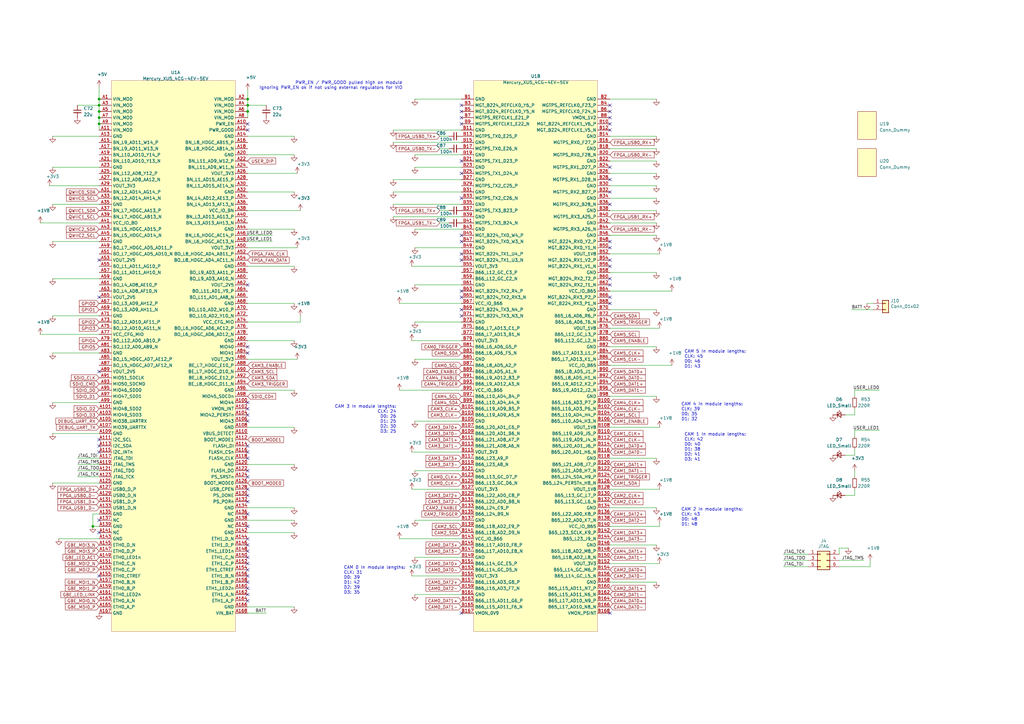
<source format=kicad_sch>
(kicad_sch (version 20210126) (generator eeschema)
  (paper "A3")
  (junction (at 38.1 215.9) (diameter 0.9144))
  (junction (at 40.64 40.64) (diameter 0.9144))
  (junction (at 40.64 43.18) (diameter 0.9144))
  (junction (at 40.64 45.72) (diameter 0.9144))
  (junction (at 40.64 48.26) (diameter 0.9144))
  (junction (at 40.64 50.8) (diameter 0.9144))
  (junction (at 101.6 40.64) (diameter 0.9144))
  (junction (at 101.6 43.18) (diameter 0.9144))
  (junction (at 101.6 45.72) (diameter 0.9144))
  (no_connect (at 40.64 106.68))
  (no_connect (at 40.64 121.92))
  (no_connect (at 40.64 152.4))
  (no_connect (at 40.64 180.34))
  (no_connect (at 40.64 182.88))
  (no_connect (at 40.64 185.42))
  (no_connect (at 40.64 213.36))
  (no_connect (at 40.64 218.44))
  (no_connect (at 40.64 236.22))
  (no_connect (at 101.6 50.8))
  (no_connect (at 101.6 53.34))
  (no_connect (at 101.6 116.84))
  (no_connect (at 101.6 142.24))
  (no_connect (at 101.6 144.78))
  (no_connect (at 101.6 165.1))
  (no_connect (at 101.6 167.64))
  (no_connect (at 101.6 170.18))
  (no_connect (at 101.6 172.72))
  (no_connect (at 101.6 182.88))
  (no_connect (at 101.6 185.42))
  (no_connect (at 101.6 187.96))
  (no_connect (at 101.6 193.04))
  (no_connect (at 101.6 195.58))
  (no_connect (at 101.6 200.66))
  (no_connect (at 101.6 203.2))
  (no_connect (at 101.6 205.74))
  (no_connect (at 101.6 210.82))
  (no_connect (at 101.6 215.9))
  (no_connect (at 101.6 220.98))
  (no_connect (at 101.6 223.52))
  (no_connect (at 101.6 226.06))
  (no_connect (at 101.6 228.6))
  (no_connect (at 101.6 231.14))
  (no_connect (at 101.6 233.68))
  (no_connect (at 101.6 236.22))
  (no_connect (at 101.6 238.76))
  (no_connect (at 101.6 241.3))
  (no_connect (at 101.6 243.84))
  (no_connect (at 101.6 246.38))
  (no_connect (at 189.23 43.18))
  (no_connect (at 189.23 45.72))
  (no_connect (at 189.23 48.26))
  (no_connect (at 189.23 50.8))
  (no_connect (at 189.23 66.04))
  (no_connect (at 189.23 71.12))
  (no_connect (at 189.23 81.28))
  (no_connect (at 189.23 96.52))
  (no_connect (at 189.23 99.06))
  (no_connect (at 189.23 104.14))
  (no_connect (at 189.23 106.68))
  (no_connect (at 189.23 119.38))
  (no_connect (at 189.23 121.92))
  (no_connect (at 189.23 127))
  (no_connect (at 189.23 129.54))
  (no_connect (at 189.23 251.46))
  (no_connect (at 250.19 43.18))
  (no_connect (at 250.19 45.72))
  (no_connect (at 250.19 48.26))
  (no_connect (at 250.19 50.8))
  (no_connect (at 250.19 53.34))
  (no_connect (at 250.19 68.58))
  (no_connect (at 250.19 73.66))
  (no_connect (at 250.19 78.74))
  (no_connect (at 250.19 83.82))
  (no_connect (at 250.19 99.06))
  (no_connect (at 250.19 101.6))
  (no_connect (at 250.19 106.68))
  (no_connect (at 250.19 109.22))
  (no_connect (at 250.19 114.3))
  (no_connect (at 250.19 116.84))
  (no_connect (at 250.19 121.92))
  (no_connect (at 250.19 124.46))
  (no_connect (at 250.19 251.46))
  (wire (pts (xy 16.51 91.44) (xy 40.64 91.44)))
  (wire (pts (xy 16.51 137.16) (xy 40.64 137.16)))
  (wire (pts (xy 20.32 76.2) (xy 40.64 76.2)))
  (wire (pts (xy 21.59 55.88) (xy 40.64 55.88)))
  (wire (pts (xy 21.59 68.58) (xy 40.64 68.58)))
  (wire (pts (xy 21.59 83.82) (xy 40.64 83.82)))
  (wire (pts (xy 21.59 99.06) (xy 40.64 99.06)))
  (wire (pts (xy 21.59 114.3) (xy 40.64 114.3)))
  (wire (pts (xy 21.59 129.54) (xy 40.64 129.54)))
  (wire (pts (xy 21.59 144.78) (xy 40.64 144.78)))
  (wire (pts (xy 21.59 165.1) (xy 40.64 165.1)))
  (wire (pts (xy 21.59 177.8) (xy 40.64 177.8)))
  (wire (pts (xy 21.59 198.12) (xy 40.64 198.12)))
  (wire (pts (xy 24.13 220.98) (xy 40.64 220.98)))
  (wire (pts (xy 31.75 43.18) (xy 40.64 43.18)))
  (wire (pts (xy 31.75 187.96) (xy 40.64 187.96)))
  (wire (pts (xy 31.75 190.5) (xy 40.64 190.5)))
  (wire (pts (xy 31.75 193.04) (xy 40.64 193.04)))
  (wire (pts (xy 31.75 195.58) (xy 40.64 195.58)))
  (wire (pts (xy 38.1 210.82) (xy 38.1 215.9)))
  (wire (pts (xy 38.1 215.9) (xy 40.64 215.9)))
  (wire (pts (xy 40.64 35.56) (xy 40.64 40.64)))
  (wire (pts (xy 40.64 40.64) (xy 40.64 43.18)))
  (wire (pts (xy 40.64 43.18) (xy 40.64 45.72)))
  (wire (pts (xy 40.64 45.72) (xy 40.64 48.26)))
  (wire (pts (xy 40.64 48.26) (xy 40.64 50.8)))
  (wire (pts (xy 40.64 50.8) (xy 40.64 53.34)))
  (wire (pts (xy 40.64 210.82) (xy 38.1 210.82)))
  (wire (pts (xy 101.6 36.83) (xy 101.6 40.64)))
  (wire (pts (xy 101.6 40.64) (xy 101.6 43.18)))
  (wire (pts (xy 101.6 43.18) (xy 101.6 45.72)))
  (wire (pts (xy 101.6 43.18) (xy 109.22 43.18)))
  (wire (pts (xy 101.6 45.72) (xy 101.6 48.26)))
  (wire (pts (xy 101.6 55.88) (xy 120.65 55.88)))
  (wire (pts (xy 101.6 63.5) (xy 120.65 63.5)))
  (wire (pts (xy 101.6 71.12) (xy 121.92 71.12)))
  (wire (pts (xy 101.6 78.74) (xy 120.65 78.74)))
  (wire (pts (xy 101.6 86.36) (xy 123.19 86.36)))
  (wire (pts (xy 101.6 93.98) (xy 120.65 93.98)))
  (wire (pts (xy 101.6 96.52) (xy 111.76 96.52)))
  (wire (pts (xy 101.6 99.06) (xy 111.76 99.06)))
  (wire (pts (xy 101.6 101.6) (xy 121.92 101.6)))
  (wire (pts (xy 101.6 109.22) (xy 120.65 109.22)))
  (wire (pts (xy 101.6 124.46) (xy 120.65 124.46)))
  (wire (pts (xy 101.6 132.08) (xy 123.19 132.08)))
  (wire (pts (xy 101.6 139.7) (xy 120.65 139.7)))
  (wire (pts (xy 101.6 147.32) (xy 121.92 147.32)))
  (wire (pts (xy 101.6 160.02) (xy 120.65 160.02)))
  (wire (pts (xy 101.6 175.26) (xy 120.65 175.26)))
  (wire (pts (xy 101.6 190.5) (xy 120.65 190.5)))
  (wire (pts (xy 101.6 208.28) (xy 120.65 208.28)))
  (wire (pts (xy 101.6 213.36) (xy 120.65 213.36)))
  (wire (pts (xy 101.6 218.44) (xy 120.65 218.44)))
  (wire (pts (xy 101.6 248.92) (xy 120.65 248.92)))
  (wire (pts (xy 101.6 251.46) (xy 109.22 251.46)))
  (wire (pts (xy 123.19 132.08) (xy 123.19 129.54)))
  (wire (pts (xy 161.29 53.34) (xy 189.23 53.34)))
  (wire (pts (xy 161.29 58.42) (xy 189.23 58.42)))
  (wire (pts (xy 161.29 73.66) (xy 189.23 73.66)))
  (wire (pts (xy 161.29 78.74) (xy 189.23 78.74)))
  (wire (pts (xy 161.29 83.82) (xy 189.23 83.82)))
  (wire (pts (xy 161.29 88.9) (xy 189.23 88.9)))
  (wire (pts (xy 163.83 124.46) (xy 189.23 124.46)))
  (wire (pts (xy 163.83 160.02) (xy 189.23 160.02)))
  (wire (pts (xy 163.83 220.98) (xy 189.23 220.98)))
  (wire (pts (xy 168.91 109.22) (xy 189.23 109.22)))
  (wire (pts (xy 168.91 139.7) (xy 189.23 139.7)))
  (wire (pts (xy 168.91 185.42) (xy 189.23 185.42)))
  (wire (pts (xy 168.91 200.66) (xy 189.23 200.66)))
  (wire (pts (xy 168.91 236.22) (xy 189.23 236.22)))
  (wire (pts (xy 170.18 40.64) (xy 189.23 40.64)))
  (wire (pts (xy 170.18 63.5) (xy 189.23 63.5)))
  (wire (pts (xy 170.18 68.58) (xy 189.23 68.58)))
  (wire (pts (xy 170.18 93.98) (xy 189.23 93.98)))
  (wire (pts (xy 170.18 101.6) (xy 189.23 101.6)))
  (wire (pts (xy 170.18 116.84) (xy 189.23 116.84)))
  (wire (pts (xy 170.18 132.08) (xy 189.23 132.08)))
  (wire (pts (xy 170.18 147.32) (xy 189.23 147.32)))
  (wire (pts (xy 170.18 172.72) (xy 189.23 172.72)))
  (wire (pts (xy 170.18 193.04) (xy 189.23 193.04)))
  (wire (pts (xy 170.18 213.36) (xy 189.23 213.36)))
  (wire (pts (xy 170.18 228.6) (xy 189.23 228.6)))
  (wire (pts (xy 170.18 243.84) (xy 189.23 243.84)))
  (wire (pts (xy 180.34 55.88) (xy 184.15 55.88)))
  (wire (pts (xy 180.34 60.96) (xy 184.15 60.96)))
  (wire (pts (xy 180.34 86.36) (xy 184.15 86.36)))
  (wire (pts (xy 180.34 91.44) (xy 184.15 91.44)))
  (wire (pts (xy 250.19 40.64) (xy 269.24 40.64)))
  (wire (pts (xy 250.19 55.88) (xy 269.24 55.88)))
  (wire (pts (xy 250.19 60.96) (xy 269.24 60.96)))
  (wire (pts (xy 250.19 66.04) (xy 269.24 66.04)))
  (wire (pts (xy 250.19 71.12) (xy 269.24 71.12)))
  (wire (pts (xy 250.19 76.2) (xy 269.24 76.2)))
  (wire (pts (xy 250.19 81.28) (xy 269.24 81.28)))
  (wire (pts (xy 250.19 86.36) (xy 269.24 86.36)))
  (wire (pts (xy 250.19 91.44) (xy 269.24 91.44)))
  (wire (pts (xy 250.19 96.52) (xy 269.24 96.52)))
  (wire (pts (xy 250.19 104.14) (xy 270.51 104.14)))
  (wire (pts (xy 250.19 111.76) (xy 269.24 111.76)))
  (wire (pts (xy 250.19 119.38) (xy 275.59 119.38)))
  (wire (pts (xy 250.19 127) (xy 269.24 127)))
  (wire (pts (xy 250.19 134.62) (xy 270.51 134.62)))
  (wire (pts (xy 250.19 142.24) (xy 269.24 142.24)))
  (wire (pts (xy 250.19 149.86) (xy 275.59 149.86)))
  (wire (pts (xy 250.19 162.56) (xy 269.24 162.56)))
  (wire (pts (xy 250.19 175.26) (xy 270.51 175.26)))
  (wire (pts (xy 250.19 187.96) (xy 269.24 187.96)))
  (wire (pts (xy 250.19 200.66) (xy 270.51 200.66)))
  (wire (pts (xy 250.19 208.28) (xy 269.24 208.28)))
  (wire (pts (xy 250.19 215.9) (xy 270.51 215.9)))
  (wire (pts (xy 250.19 223.52) (xy 269.24 223.52)))
  (wire (pts (xy 250.19 231.14) (xy 270.51 231.14)))
  (wire (pts (xy 250.19 238.76) (xy 269.24 238.76)))
  (wire (pts (xy 270.51 215.9) (xy 270.51 214.63)))
  (wire (pts (xy 321.31 227.33) (xy 331.47 227.33)))
  (wire (pts (xy 321.31 229.87) (xy 331.47 229.87)))
  (wire (pts (xy 321.31 232.41) (xy 331.47 232.41)))
  (wire (pts (xy 344.17 224.79) (xy 344.17 227.33)))
  (wire (pts (xy 344.17 229.87) (xy 354.33 229.87)))
  (wire (pts (xy 344.17 232.41) (xy 356.87 232.41)))
  (wire (pts (xy 346.71 170.18) (xy 350.52 170.18)))
  (wire (pts (xy 346.71 186.69) (xy 350.52 186.69)))
  (wire (pts (xy 346.71 203.2) (xy 350.52 203.2)))
  (wire (pts (xy 347.98 224.79) (xy 344.17 224.79)))
  (wire (pts (xy 349.25 127) (xy 358.14 127)))
  (wire (pts (xy 350.52 160.02) (xy 350.52 162.56)))
  (wire (pts (xy 350.52 160.02) (xy 360.68 160.02)))
  (wire (pts (xy 350.52 170.18) (xy 350.52 167.64)))
  (wire (pts (xy 350.52 176.53) (xy 350.52 179.07)))
  (wire (pts (xy 350.52 176.53) (xy 360.68 176.53)))
  (wire (pts (xy 350.52 186.69) (xy 350.52 184.15)))
  (wire (pts (xy 350.52 193.04) (xy 350.52 195.58)))
  (wire (pts (xy 350.52 203.2) (xy 350.52 200.66)))
  (wire (pts (xy 355.6 124.46) (xy 358.14 124.46)))
  (wire (pts (xy 356.87 232.41) (xy 356.87 229.87)))
  (text "CAM 0 In module lengths:\nCLK: 31\nD0: 39\nD1: 42\nD2: 39\nD3: 35" (at 140.97 243.84 0) (effects (font (size 1.27 1.27)) (justify left bottom)))
  (text "CAM 3 In module lengths:\nCLK: 24\nD0: 26\nD1: 25\nD2: 30\nD3: 25" (at 162.56 177.8 0) (effects (font (size 1.27 1.27)) (justify right bottom)))
  (text "PWR_EN / PWR_GOOD pulled high on module\nIgnoring PWR_EN ok if not using external regulators for VIO" (at 165.1 36.83 0) (effects (font (size 1.27 1.27)) (justify right bottom)))
  (text "CAM 4 In module lengths:\nCLK: 39\nD0: 35\nD1: 32" (at 279.4 172.72 0) (effects (font (size 1.27 1.27)) (justify left bottom)))
  (text "CAM 2 In module lengths:\nCLK: 43\nD0: 48\nD1: 48" (at 279.4 215.9 0) (effects (font (size 1.27 1.27)) (justify left bottom)))
  (text "CAM 5 In module lengths:\nCLK: 45\nD0: 46\nD1: 43" (at 280.67 151.13 0) (effects (font (size 1.27 1.27)) (justify left bottom)))
  (text "CAM 1 In module lengths:\nCLK: 42\nD0: 40\nD1: 38\nD2: 41\nD3: 41" (at 280.67 189.23 0) (effects (font (size 1.27 1.27)) (justify left bottom)))
  (label "JTAG_TDI" (at 31.75 187.96 0))
  (label "JTAG_TMS" (at 31.75 190.5 0))
  (label "JTAG_TDO" (at 31.75 193.04 0))
  (label "JTAG_TCK" (at 31.75 195.58 0))
  (label "BATT" (at 109.22 251.46 180))
  (label "USER_LED0" (at 111.76 96.52 180))
  (label "USER_LED1" (at 111.76 99.06 180))
  (label "JTAG_TCK" (at 321.31 227.33 0))
  (label "JTAG_TDO" (at 321.31 229.87 0))
  (label "JTAG_TDI" (at 321.31 232.41 0))
  (label "BATT" (at 349.25 127 0))
  (label "JTAG_TMS" (at 354.33 229.87 180))
  (label "USER_LED0" (at 360.68 160.02 180))
  (label "USER_LED1" (at 360.68 176.53 180))
  (global_label "QWIIC0_SDA" (shape input) (at 40.64 78.74 180) (property "Intersheet References" "${INTERSHEET_REFS}" (effects hide)))
  (global_label "QWIIC0_SCL" (shape input) (at 40.64 81.28 180) (property "Intersheet References" "${INTERSHEET_REFS}" (effects hide)))
  (global_label "QWIIC1_SDA" (shape input) (at 40.64 86.36 180) (property "Intersheet References" "${INTERSHEET_REFS}" (effects hide)))
  (global_label "QWIIC1_SCL" (shape input) (at 40.64 88.9 180) (property "Intersheet References" "${INTERSHEET_REFS}" (effects hide)))
  (global_label "QWIIC2_SDA" (shape input) (at 40.64 93.98 180) (property "Intersheet References" "${INTERSHEET_REFS}" (effects hide)))
  (global_label "QWIIC2_SCL" (shape input) (at 40.64 96.52 180) (property "Intersheet References" "${INTERSHEET_REFS}" (effects hide)))
  (global_label "GPIO0" (shape input) (at 40.64 124.46 180) (property "Intersheet References" "${INTERSHEET_REFS}" (effects hide)))
  (global_label "GPIO1" (shape input) (at 40.64 127 180) (property "Intersheet References" "${INTERSHEET_REFS}" (effects hide)))
  (global_label "GPIO2" (shape input) (at 40.64 132.08 180) (property "Intersheet References" "${INTERSHEET_REFS}" (effects hide)))
  (global_label "GPIO3" (shape input) (at 40.64 134.62 180) (property "Intersheet References" "${INTERSHEET_REFS}" (effects hide)))
  (global_label "GPIO4" (shape input) (at 40.64 139.7 180) (property "Intersheet References" "${INTERSHEET_REFS}" (effects hide)))
  (global_label "GPIO5" (shape input) (at 40.64 142.24 180) (property "Intersheet References" "${INTERSHEET_REFS}" (effects hide)))
  (global_label "SDIO_CLK" (shape input) (at 40.64 154.94 180) (property "Intersheet References" "${INTERSHEET_REFS}" (effects hide)))
  (global_label "SDIO_CMD" (shape input) (at 40.64 157.48 180) (property "Intersheet References" "${INTERSHEET_REFS}" (effects hide)))
  (global_label "SDIO_D0" (shape input) (at 40.64 160.02 180) (property "Intersheet References" "${INTERSHEET_REFS}" (effects hide)))
  (global_label "SDIO_D1" (shape input) (at 40.64 162.56 180) (property "Intersheet References" "${INTERSHEET_REFS}" (effects hide)))
  (global_label "SDIO_D2" (shape input) (at 40.64 167.64 180) (property "Intersheet References" "${INTERSHEET_REFS}" (effects hide)))
  (global_label "SDIO_D3" (shape input) (at 40.64 170.18 180) (property "Intersheet References" "${INTERSHEET_REFS}" (effects hide)))
  (global_label "DEBUG_UART_RX" (shape input) (at 40.64 172.72 180) (property "Intersheet References" "${INTERSHEET_REFS}" (effects hide)))
  (global_label "DEBUG_UART_TX" (shape input) (at 40.64 175.26 180) (property "Intersheet References" "${INTERSHEET_REFS}" (effects hide)))
  (global_label "FPGA_USB0_D+" (shape input) (at 40.64 200.66 180) (property "Intersheet References" "${INTERSHEET_REFS}" (effects hide)))
  (global_label "FPGA_USB0_D-" (shape input) (at 40.64 203.2 180) (property "Intersheet References" "${INTERSHEET_REFS}" (effects hide)))
  (global_label "FPGA_USB1_D+" (shape input) (at 40.64 205.74 180) (property "Intersheet References" "${INTERSHEET_REFS}" (effects hide)))
  (global_label "FPGA_USB1_D-" (shape input) (at 40.64 208.28 180) (property "Intersheet References" "${INTERSHEET_REFS}" (effects hide)))
  (global_label "GBE_MDI3_N" (shape input) (at 40.64 223.52 180) (property "Intersheet References" "${INTERSHEET_REFS}" (effects hide)))
  (global_label "GBE_MDI3_P" (shape input) (at 40.64 226.06 180) (property "Intersheet References" "${INTERSHEET_REFS}" (effects hide)))
  (global_label "GBE_LED_ACT" (shape input) (at 40.64 228.6 180) (property "Intersheet References" "${INTERSHEET_REFS}" (effects hide)))
  (global_label "GBE_MDI2_N" (shape input) (at 40.64 231.14 180) (property "Intersheet References" "${INTERSHEET_REFS}" (effects hide)))
  (global_label "GBE_MDI2_P" (shape input) (at 40.64 233.68 180) (property "Intersheet References" "${INTERSHEET_REFS}" (effects hide)))
  (global_label "GBE_MDI1_N" (shape input) (at 40.64 238.76 180) (property "Intersheet References" "${INTERSHEET_REFS}" (effects hide)))
  (global_label "GBE_MDI1_P" (shape input) (at 40.64 241.3 180) (property "Intersheet References" "${INTERSHEET_REFS}" (effects hide)))
  (global_label "GBE_LED_LINK" (shape input) (at 40.64 243.84 180) (property "Intersheet References" "${INTERSHEET_REFS}" (effects hide)))
  (global_label "GBE_MDI0_N" (shape input) (at 40.64 246.38 180) (property "Intersheet References" "${INTERSHEET_REFS}" (effects hide)))
  (global_label "GBE_MDI0_P" (shape input) (at 40.64 248.92 180) (property "Intersheet References" "${INTERSHEET_REFS}" (effects hide)))
  (global_label "USER_DIP" (shape input) (at 101.6 66.04 0) (property "Intersheet References" "${INTERSHEET_REFS}" (effects hide)))
  (global_label "FPGA_FAN_CLK" (shape input) (at 101.6 104.14 0) (property "Intersheet References" "${INTERSHEET_REFS}" (effects hide)))
  (global_label "FPGA_FAN_DATA" (shape input) (at 101.6 106.68 0) (property "Intersheet References" "${INTERSHEET_REFS}" (effects hide)))
  (global_label "CAM3_ENABLE" (shape input) (at 101.6 149.86 0) (property "Intersheet References" "${INTERSHEET_REFS}" (effects hide)))
  (global_label "CAM3_SCL" (shape input) (at 101.6 152.4 0) (property "Intersheet References" "${INTERSHEET_REFS}" (effects hide)))
  (global_label "CAM3_SDA" (shape input) (at 101.6 154.94 0) (property "Intersheet References" "${INTERSHEET_REFS}" (effects hide)))
  (global_label "CAM3_TRIGGER" (shape input) (at 101.6 157.48 0) (property "Intersheet References" "${INTERSHEET_REFS}" (effects hide)))
  (global_label "SDIO_CDn" (shape input) (at 101.6 162.56 0) (property "Intersheet References" "${INTERSHEET_REFS}" (effects hide)))
  (global_label "BOOT_MODE1" (shape input) (at 101.6 180.34 0) (property "Intersheet References" "${INTERSHEET_REFS}" (effects hide)))
  (global_label "BOOT_MODE0" (shape input) (at 101.6 198.12 0) (property "Intersheet References" "${INTERSHEET_REFS}" (effects hide)))
  (global_label "FPGA_USB0_TX+" (shape input) (at 180.34 55.88 180) (property "Intersheet References" "${INTERSHEET_REFS}" (effects hide)))
  (global_label "FPGA_USB0_TX-" (shape input) (at 180.34 60.96 180) (property "Intersheet References" "${INTERSHEET_REFS}" (effects hide)))
  (global_label "FPGA_USB1_TX+" (shape input) (at 180.34 86.36 180) (property "Intersheet References" "${INTERSHEET_REFS}" (effects hide)))
  (global_label "FPGA_USB1_TX-" (shape input) (at 180.34 91.44 180) (property "Intersheet References" "${INTERSHEET_REFS}" (effects hide)))
  (global_label "CAM0_TRIGGER" (shape input) (at 189.23 142.24 180) (property "Intersheet References" "${INTERSHEET_REFS}" (effects hide)))
  (global_label "CAM0_SDA" (shape input) (at 189.23 144.78 180) (property "Intersheet References" "${INTERSHEET_REFS}" (effects hide)))
  (global_label "CAM0_SCL" (shape input) (at 189.23 149.86 180) (property "Intersheet References" "${INTERSHEET_REFS}" (effects hide)))
  (global_label "CAM0_ENABLE" (shape input) (at 189.23 152.4 180) (property "Intersheet References" "${INTERSHEET_REFS}" (effects hide)))
  (global_label "CAM4_ENABLE" (shape input) (at 189.23 154.94 180) (property "Intersheet References" "${INTERSHEET_REFS}" (effects hide)))
  (global_label "CAM4_TRIGGER" (shape input) (at 189.23 157.48 180) (property "Intersheet References" "${INTERSHEET_REFS}" (effects hide)))
  (global_label "CAM4_SCL" (shape input) (at 189.23 162.56 180) (property "Intersheet References" "${INTERSHEET_REFS}" (effects hide)))
  (global_label "CAM4_SDA" (shape input) (at 189.23 165.1 180) (property "Intersheet References" "${INTERSHEET_REFS}" (effects hide)))
  (global_label "CAM3_CLK+" (shape input) (at 189.23 167.64 180) (property "Intersheet References" "${INTERSHEET_REFS}" (effects hide)))
  (global_label "CAM3_CLK-" (shape input) (at 189.23 170.18 180) (property "Intersheet References" "${INTERSHEET_REFS}" (effects hide)))
  (global_label "CAM3_DAT0+" (shape input) (at 189.23 175.26 180) (property "Intersheet References" "${INTERSHEET_REFS}" (effects hide)))
  (global_label "CAM3_DAT0-" (shape input) (at 189.23 177.8 180) (property "Intersheet References" "${INTERSHEET_REFS}" (effects hide)))
  (global_label "CAM3_DAT1+" (shape input) (at 189.23 180.34 180) (property "Intersheet References" "${INTERSHEET_REFS}" (effects hide)))
  (global_label "CAM3_DAT1-" (shape input) (at 189.23 182.88 180) (property "Intersheet References" "${INTERSHEET_REFS}" (effects hide)))
  (global_label "CAM3_DAT3+" (shape input) (at 189.23 187.96 180) (property "Intersheet References" "${INTERSHEET_REFS}" (effects hide)))
  (global_label "CAM3_DAT3-" (shape input) (at 189.23 190.5 180) (property "Intersheet References" "${INTERSHEET_REFS}" (effects hide)))
  (global_label "CAM0_CLK+" (shape input) (at 189.23 195.58 180) (property "Intersheet References" "${INTERSHEET_REFS}" (effects hide)))
  (global_label "CAM0_CLK-" (shape input) (at 189.23 198.12 180) (property "Intersheet References" "${INTERSHEET_REFS}" (effects hide)))
  (global_label "CAM3_DAT2+" (shape input) (at 189.23 203.2 180) (property "Intersheet References" "${INTERSHEET_REFS}" (effects hide)))
  (global_label "CAM3_DAT2-" (shape input) (at 189.23 205.74 180) (property "Intersheet References" "${INTERSHEET_REFS}" (effects hide)))
  (global_label "CAM2_ENABLE" (shape input) (at 189.23 208.28 180) (property "Intersheet References" "${INTERSHEET_REFS}" (effects hide)))
  (global_label "CAM2_TRIGGER" (shape input) (at 189.23 210.82 180) (property "Intersheet References" "${INTERSHEET_REFS}" (effects hide)))
  (global_label "CAM2_SCL" (shape input) (at 189.23 215.9 180) (property "Intersheet References" "${INTERSHEET_REFS}" (effects hide)))
  (global_label "CAM2_SDA" (shape input) (at 189.23 218.44 180) (property "Intersheet References" "${INTERSHEET_REFS}" (effects hide)))
  (global_label "CAM0_DAT3+" (shape input) (at 189.23 223.52 180) (property "Intersheet References" "${INTERSHEET_REFS}" (effects hide)))
  (global_label "CAM0_DAT3-" (shape input) (at 189.23 226.06 180) (property "Intersheet References" "${INTERSHEET_REFS}" (effects hide)))
  (global_label "CAM0_DAT0+" (shape input) (at 189.23 231.14 180) (property "Intersheet References" "${INTERSHEET_REFS}" (effects hide)))
  (global_label "CAM0_DAT0-" (shape input) (at 189.23 233.68 180) (property "Intersheet References" "${INTERSHEET_REFS}" (effects hide)))
  (global_label "CAM0_DAT2+" (shape input) (at 189.23 238.76 180) (property "Intersheet References" "${INTERSHEET_REFS}" (effects hide)))
  (global_label "CAM0_DAT2-" (shape input) (at 189.23 241.3 180) (property "Intersheet References" "${INTERSHEET_REFS}" (effects hide)))
  (global_label "CAM0_DAT1+" (shape input) (at 189.23 246.38 180) (property "Intersheet References" "${INTERSHEET_REFS}" (effects hide)))
  (global_label "CAM0_DAT1-" (shape input) (at 189.23 248.92 180) (property "Intersheet References" "${INTERSHEET_REFS}" (effects hide)))
  (global_label "FPGA_USB0_RX+" (shape input) (at 250.19 58.42 0) (property "Intersheet References" "${INTERSHEET_REFS}" (effects hide)))
  (global_label "FPGA_USB0_RX-" (shape input) (at 250.19 63.5 0) (property "Intersheet References" "${INTERSHEET_REFS}" (effects hide)))
  (global_label "FPGA_USB1_RX+" (shape input) (at 250.19 88.9 0) (property "Intersheet References" "${INTERSHEET_REFS}" (effects hide)))
  (global_label "FPGA_USB1_RX-" (shape input) (at 250.19 93.98 0) (property "Intersheet References" "${INTERSHEET_REFS}" (effects hide)))
  (global_label "CAM5_SDA" (shape input) (at 250.19 129.54 0) (property "Intersheet References" "${INTERSHEET_REFS}" (effects hide)))
  (global_label "CAM5_TRIGGER" (shape input) (at 250.19 132.08 0) (property "Intersheet References" "${INTERSHEET_REFS}" (effects hide)))
  (global_label "CAM5_SCL" (shape input) (at 250.19 137.16 0) (property "Intersheet References" "${INTERSHEET_REFS}" (effects hide)))
  (global_label "CAM5_ENABLE" (shape input) (at 250.19 139.7 0) (property "Intersheet References" "${INTERSHEET_REFS}" (effects hide)))
  (global_label "CAM5_CLK+" (shape input) (at 250.19 144.78 0) (property "Intersheet References" "${INTERSHEET_REFS}" (effects hide)))
  (global_label "CAM5_CLK-" (shape input) (at 250.19 147.32 0) (property "Intersheet References" "${INTERSHEET_REFS}" (effects hide)))
  (global_label "CAM5_DAT0+" (shape input) (at 250.19 152.4 0) (property "Intersheet References" "${INTERSHEET_REFS}" (effects hide)))
  (global_label "CAM5_DAT0-" (shape input) (at 250.19 154.94 0) (property "Intersheet References" "${INTERSHEET_REFS}" (effects hide)))
  (global_label "CAM5_DAT1+" (shape input) (at 250.19 157.48 0) (property "Intersheet References" "${INTERSHEET_REFS}" (effects hide)))
  (global_label "CAM5_DAT1-" (shape input) (at 250.19 160.02 0) (property "Intersheet References" "${INTERSHEET_REFS}" (effects hide)))
  (global_label "CAM4_CLK+" (shape input) (at 250.19 165.1 0) (property "Intersheet References" "${INTERSHEET_REFS}" (effects hide)))
  (global_label "CAM4_CLK-" (shape input) (at 250.19 167.64 0) (property "Intersheet References" "${INTERSHEET_REFS}" (effects hide)))
  (global_label "CAM1_SCL" (shape input) (at 250.19 170.18 0) (property "Intersheet References" "${INTERSHEET_REFS}" (effects hide)))
  (global_label "CAM1_ENABLE" (shape input) (at 250.19 172.72 0) (property "Intersheet References" "${INTERSHEET_REFS}" (effects hide)))
  (global_label "CAM1_CLK+" (shape input) (at 250.19 177.8 0) (property "Intersheet References" "${INTERSHEET_REFS}" (effects hide)))
  (global_label "CAM1_CLK-" (shape input) (at 250.19 180.34 0) (property "Intersheet References" "${INTERSHEET_REFS}" (effects hide)))
  (global_label "CAM1_DAT0+" (shape input) (at 250.19 182.88 0) (property "Intersheet References" "${INTERSHEET_REFS}" (effects hide)))
  (global_label "CAM1_DAT0-" (shape input) (at 250.19 185.42 0) (property "Intersheet References" "${INTERSHEET_REFS}" (effects hide)))
  (global_label "CAM1_DAT1+" (shape input) (at 250.19 190.5 0) (property "Intersheet References" "${INTERSHEET_REFS}" (effects hide)))
  (global_label "CAM1_DAT1-" (shape input) (at 250.19 193.04 0) (property "Intersheet References" "${INTERSHEET_REFS}" (effects hide)))
  (global_label "CAM1_TRIGGER" (shape input) (at 250.19 195.58 0) (property "Intersheet References" "${INTERSHEET_REFS}" (effects hide)))
  (global_label "CAM1_SDA" (shape input) (at 250.19 198.12 0) (property "Intersheet References" "${INTERSHEET_REFS}" (effects hide)))
  (global_label "CAM2_CLK+" (shape input) (at 250.19 203.2 0) (property "Intersheet References" "${INTERSHEET_REFS}" (effects hide)))
  (global_label "CAM2_CLK-" (shape input) (at 250.19 205.74 0) (property "Intersheet References" "${INTERSHEET_REFS}" (effects hide)))
  (global_label "CAM1_DAT2+" (shape input) (at 250.19 210.82 0) (property "Intersheet References" "${INTERSHEET_REFS}" (effects hide)))
  (global_label "CAM1_DAT2-" (shape input) (at 250.19 213.36 0) (property "Intersheet References" "${INTERSHEET_REFS}" (effects hide)))
  (global_label "CAM1_DAT3+" (shape input) (at 250.19 218.44 0) (property "Intersheet References" "${INTERSHEET_REFS}" (effects hide)))
  (global_label "CAM1_DAT3-" (shape input) (at 250.19 220.98 0) (property "Intersheet References" "${INTERSHEET_REFS}" (effects hide)))
  (global_label "CAM4_DAT1+" (shape input) (at 250.19 226.06 0) (property "Intersheet References" "${INTERSHEET_REFS}" (effects hide)))
  (global_label "CAM4_DAT1-" (shape input) (at 250.19 228.6 0) (property "Intersheet References" "${INTERSHEET_REFS}" (effects hide)))
  (global_label "CAM2_DAT0+" (shape input) (at 250.19 233.68 0) (property "Intersheet References" "${INTERSHEET_REFS}" (effects hide)))
  (global_label "CAM2_DAT0-" (shape input) (at 250.19 236.22 0) (property "Intersheet References" "${INTERSHEET_REFS}" (effects hide)))
  (global_label "CAM2_DAT1+" (shape input) (at 250.19 241.3 0) (property "Intersheet References" "${INTERSHEET_REFS}" (effects hide)))
  (global_label "CAM2_DAT1-" (shape input) (at 250.19 243.84 0) (property "Intersheet References" "${INTERSHEET_REFS}" (effects hide)))
  (global_label "CAM4_DAT0+" (shape input) (at 250.19 246.38 0) (property "Intersheet References" "${INTERSHEET_REFS}" (effects hide)))
  (global_label "CAM4_DAT0-" (shape input) (at 250.19 248.92 0) (property "Intersheet References" "${INTERSHEET_REFS}" (effects hide)))
  (symbol (lib_id "power:+1V8") (at 16.51 91.44 0) (unit 1)
    (property "Reference" "#PWR0345" (effects hide))
    (property "Value" "+1V8" (at 17.78 86.36 0))
  )
  (symbol (lib_id "power:+1V8") (at 16.51 137.16 0) (unit 1)
    (property "Reference" "#PWR0347" (effects hide))
    (property "Value" "+1V8" (at 17.78 132.08 0))
  )
  (symbol (lib_id "power:+3V3") (at 20.32 76.2 0) (unit 1)
    (property "Reference" "#PWR0245" (effects hide))
    (property "Value" "+3V3" (at 21.59 72.39 0))
  )
  (symbol (lib_id "power:+5V") (at 40.64 35.56 0) (unit 1)
    (property "Reference" "#PWR0337" (effects hide))
    (property "Value" "+5V" (at 41.91 30.48 0))
  )
  (symbol (lib_id "power:+5V") (at 101.6 36.83 0) (unit 1)
    (property "Reference" "#PWR0338" (effects hide))
    (property "Value" "+5V" (at 102.87 31.75 0))
  )
  (symbol (lib_id "power:+3V3") (at 121.92 71.12 0) (unit 1)
    (property "Reference" "#PWR0252" (effects hide))
    (property "Value" "+3V3" (at 124.46 67.31 0))
  )
  (symbol (lib_id "power:+3V3") (at 121.92 101.6 0) (unit 1)
    (property "Reference" "#PWR0253" (effects hide))
    (property "Value" "+3V3" (at 124.46 97.79 0))
  )
  (symbol (lib_id "power:+3V3") (at 121.92 147.32 0) (unit 1)
    (property "Reference" "#PWR0246" (effects hide))
    (property "Value" "+3V3" (at 123.19 142.24 0))
  )
  (symbol (lib_id "power:+3V3") (at 123.19 86.36 0) (unit 1)
    (property "Reference" "#PWR0346" (effects hide))
    (property "Value" "+3V3" (at 124.46 81.28 0))
  )
  (symbol (lib_id "power:+1V8") (at 123.19 129.54 0) (unit 1)
    (property "Reference" "#PWR0342" (effects hide))
    (property "Value" "+1V8" (at 124.46 124.46 0))
  )
  (symbol (lib_id "power:+1V8") (at 163.83 124.46 0) (unit 1)
    (property "Reference" "#PWR0377" (effects hide))
    (property "Value" "+1V8" (at 165.1 119.38 0))
  )
  (symbol (lib_id "power:+1V8") (at 163.83 160.02 0) (unit 1)
    (property "Reference" "#PWR0316" (effects hide))
    (property "Value" "+1V8" (at 165.1 154.94 0))
  )
  (symbol (lib_id "power:+1V8") (at 163.83 220.98 0) (unit 1)
    (property "Reference" "#PWR0315" (effects hide))
    (property "Value" "+1V8" (at 165.1 215.9 0))
  )
  (symbol (lib_id "power:+3V3") (at 168.91 109.22 0) (unit 1)
    (property "Reference" "#PWR0254" (effects hide))
    (property "Value" "+3V3" (at 170.18 105.41 0))
  )
  (symbol (lib_id "power:+3V3") (at 168.91 139.7 0) (unit 1)
    (property "Reference" "#PWR0247" (effects hide))
    (property "Value" "+3V3" (at 170.18 135.89 0))
  )
  (symbol (lib_id "power:+3V3") (at 168.91 185.42 0) (unit 1)
    (property "Reference" "#PWR0248" (effects hide))
    (property "Value" "+3V3" (at 170.18 181.61 0))
  )
  (symbol (lib_id "power:+3V3") (at 168.91 200.66 0) (unit 1)
    (property "Reference" "#PWR0249" (effects hide))
    (property "Value" "+3V3" (at 170.18 196.85 0))
  )
  (symbol (lib_id "power:+3V3") (at 168.91 236.22 0) (unit 1)
    (property "Reference" "#PWR0251" (effects hide))
    (property "Value" "+3V3" (at 170.18 232.41 0))
  )
  (symbol (lib_id "power:+1V8") (at 270.51 104.14 0) (unit 1)
    (property "Reference" "#PWR0257" (effects hide))
    (property "Value" "+1V8" (at 273.05 100.33 0))
  )
  (symbol (lib_id "power:+1V8") (at 270.51 134.62 0) (unit 1)
    (property "Reference" "#PWR0255" (effects hide))
    (property "Value" "+1V8" (at 273.05 130.81 0))
  )
  (symbol (lib_id "power:+1V8") (at 270.51 175.26 0) (unit 1)
    (property "Reference" "#PWR0256" (effects hide))
    (property "Value" "+1V8" (at 273.05 171.45 0))
  )
  (symbol (lib_id "power:+1V8") (at 270.51 200.66 0) (unit 1)
    (property "Reference" "#PWR0258" (effects hide))
    (property "Value" "+1V8" (at 273.05 196.85 0))
  )
  (symbol (lib_id "power:+1V8") (at 270.51 214.63 0) (unit 1)
    (property "Reference" "#PWR0378" (effects hide))
    (property "Value" "+1V8" (at 273.05 210.82 0))
  )
  (symbol (lib_id "power:+3V3") (at 270.51 231.14 0) (unit 1)
    (property "Reference" "#PWR0250" (effects hide))
    (property "Value" "+3V3" (at 271.78 227.33 0))
  )
  (symbol (lib_id "power:+1V8") (at 275.59 119.38 0) (unit 1)
    (property "Reference" "#PWR0317" (effects hide))
    (property "Value" "+1V8" (at 276.86 114.3 0))
  )
  (symbol (lib_id "power:+1V8") (at 275.59 149.86 0) (unit 1)
    (property "Reference" "#PWR0318" (effects hide))
    (property "Value" "+1V8" (at 276.86 144.78 0))
  )
  (symbol (lib_id "power:+3V3") (at 350.52 193.04 0) (unit 1)
    (property "Reference" "#PWR0371" (effects hide))
    (property "Value" "+3V3" (at 351.79 187.96 0))
  )
  (symbol (lib_id "power:+1V8") (at 356.87 229.87 0) (unit 1)
    (property "Reference" "#PWR0343" (effects hide))
    (property "Value" "+1V8" (at 358.14 224.79 0))
  )
  (symbol (lib_id "power:GND") (at 21.59 55.88 0) (unit 1)
    (property "Reference" "#PWR0188" (effects hide))
    (property "Value" "GND" (effects hide))
  )
  (symbol (lib_id "power:GND") (at 21.59 68.58 0) (unit 1)
    (property "Reference" "#PWR0187" (effects hide))
    (property "Value" "GND" (effects hide))
  )
  (symbol (lib_id "power:GND") (at 21.59 83.82 0) (unit 1)
    (property "Reference" "#PWR0186" (effects hide))
    (property "Value" "GND" (effects hide))
  )
  (symbol (lib_id "power:GND") (at 21.59 99.06 0) (unit 1)
    (property "Reference" "#PWR0193" (effects hide))
    (property "Value" "GND" (effects hide))
  )
  (symbol (lib_id "power:GND") (at 21.59 114.3 0) (unit 1)
    (property "Reference" "#PWR0192" (effects hide))
    (property "Value" "GND" (effects hide))
  )
  (symbol (lib_id "power:GND") (at 21.59 129.54 0) (unit 1)
    (property "Reference" "#PWR0190" (effects hide))
    (property "Value" "GND" (effects hide))
  )
  (symbol (lib_id "power:GND") (at 21.59 144.78 0) (unit 1)
    (property "Reference" "#PWR0189" (effects hide))
    (property "Value" "GND" (effects hide))
  )
  (symbol (lib_id "power:GND") (at 21.59 165.1 0) (unit 1)
    (property "Reference" "#PWR0191" (effects hide))
    (property "Value" "GND" (effects hide))
  )
  (symbol (lib_id "power:GND") (at 21.59 177.8 0) (unit 1)
    (property "Reference" "#PWR0183" (effects hide))
    (property "Value" "GND" (effects hide))
  )
  (symbol (lib_id "power:GND") (at 21.59 198.12 0) (unit 1)
    (property "Reference" "#PWR0185" (effects hide))
    (property "Value" "GND" (effects hide))
  )
  (symbol (lib_id "power:GND") (at 24.13 220.98 0) (unit 1)
    (property "Reference" "#PWR0184" (effects hide))
    (property "Value" "GND" (effects hide))
  )
  (symbol (lib_id "power:GND") (at 31.75 48.26 0) (unit 1)
    (property "Reference" "#PWR0341" (effects hide))
    (property "Value" "GND" (effects hide))
  )
  (symbol (lib_id "power:GND") (at 38.1 215.9 0) (unit 1)
    (property "Reference" "#PWR0181" (effects hide))
    (property "Value" "GND" (effects hide))
  )
  (symbol (lib_id "power:GND") (at 40.64 251.46 0) (unit 1)
    (property "Reference" "#PWR0182" (effects hide))
    (property "Value" "GND" (effects hide))
  )
  (symbol (lib_id "power:GND") (at 109.22 48.26 0) (unit 1)
    (property "Reference" "#PWR0340" (effects hide))
    (property "Value" "GND" (effects hide))
  )
  (symbol (lib_id "power:GND") (at 120.65 55.88 0) (unit 1)
    (property "Reference" "#PWR0220" (effects hide))
    (property "Value" "GND" (effects hide))
  )
  (symbol (lib_id "power:GND") (at 120.65 63.5 0) (unit 1)
    (property "Reference" "#PWR0219" (effects hide))
    (property "Value" "GND" (effects hide))
  )
  (symbol (lib_id "power:GND") (at 120.65 78.74 0) (unit 1)
    (property "Reference" "#PWR0194" (effects hide))
    (property "Value" "GND" (effects hide))
  )
  (symbol (lib_id "power:GND") (at 120.65 93.98 0) (unit 1)
    (property "Reference" "#PWR0195" (effects hide))
    (property "Value" "GND" (effects hide))
  )
  (symbol (lib_id "power:GND") (at 120.65 109.22 0) (unit 1)
    (property "Reference" "#PWR0221" (effects hide))
    (property "Value" "GND" (effects hide))
  )
  (symbol (lib_id "power:GND") (at 120.65 124.46 0) (unit 1)
    (property "Reference" "#PWR0222" (effects hide))
    (property "Value" "GND" (effects hide))
  )
  (symbol (lib_id "power:GND") (at 120.65 139.7 0) (unit 1)
    (property "Reference" "#PWR0215" (effects hide))
    (property "Value" "GND" (effects hide))
  )
  (symbol (lib_id "power:GND") (at 120.65 160.02 0) (unit 1)
    (property "Reference" "#PWR0211" (effects hide))
    (property "Value" "GND" (effects hide))
  )
  (symbol (lib_id "power:GND") (at 120.65 175.26 0) (unit 1)
    (property "Reference" "#PWR0212" (effects hide))
    (property "Value" "GND" (effects hide))
  )
  (symbol (lib_id "power:GND") (at 120.65 190.5 0) (unit 1)
    (property "Reference" "#PWR0213" (effects hide))
    (property "Value" "GND" (effects hide))
  )
  (symbol (lib_id "power:GND") (at 120.65 208.28 0) (unit 1)
    (property "Reference" "#PWR0214" (effects hide))
    (property "Value" "GND" (effects hide))
  )
  (symbol (lib_id "power:GND") (at 120.65 213.36 0) (unit 1)
    (property "Reference" "#PWR0216" (effects hide))
    (property "Value" "GND" (effects hide))
  )
  (symbol (lib_id "power:GND") (at 120.65 218.44 0) (unit 1)
    (property "Reference" "#PWR0217" (effects hide))
    (property "Value" "GND" (effects hide))
  )
  (symbol (lib_id "power:GND") (at 120.65 248.92 0) (unit 1)
    (property "Reference" "#PWR0218" (effects hide))
    (property "Value" "GND" (effects hide))
  )
  (symbol (lib_id "power:GND") (at 161.29 53.34 0) (unit 1)
    (property "Reference" "#PWR0234" (effects hide))
    (property "Value" "GND" (effects hide))
  )
  (symbol (lib_id "power:GND") (at 161.29 58.42 0) (unit 1)
    (property "Reference" "#PWR0230" (effects hide))
    (property "Value" "GND" (effects hide))
  )
  (symbol (lib_id "power:GND") (at 161.29 73.66 0) (unit 1)
    (property "Reference" "#PWR0224" (effects hide))
    (property "Value" "GND" (effects hide))
  )
  (symbol (lib_id "power:GND") (at 161.29 78.74 0) (unit 1)
    (property "Reference" "#PWR0225" (effects hide))
    (property "Value" "GND" (effects hide))
  )
  (symbol (lib_id "power:GND") (at 161.29 83.82 0) (unit 1)
    (property "Reference" "#PWR0226" (effects hide))
    (property "Value" "GND" (effects hide))
  )
  (symbol (lib_id "power:GND") (at 161.29 88.9 0) (unit 1)
    (property "Reference" "#PWR0227" (effects hide))
    (property "Value" "GND" (effects hide))
  )
  (symbol (lib_id "power:GND") (at 170.18 40.64 0) (unit 1)
    (property "Reference" "#PWR0233" (effects hide))
    (property "Value" "GND" (effects hide))
  )
  (symbol (lib_id "power:GND") (at 170.18 63.5 0) (unit 1)
    (property "Reference" "#PWR0231" (effects hide))
    (property "Value" "GND" (effects hide))
  )
  (symbol (lib_id "power:GND") (at 170.18 68.58 0) (unit 1)
    (property "Reference" "#PWR0232" (effects hide))
    (property "Value" "GND" (effects hide))
  )
  (symbol (lib_id "power:GND") (at 170.18 93.98 0) (unit 1)
    (property "Reference" "#PWR0228" (effects hide))
    (property "Value" "GND" (effects hide))
  )
  (symbol (lib_id "power:GND") (at 170.18 101.6 0) (unit 1)
    (property "Reference" "#PWR0229" (effects hide))
    (property "Value" "GND" (effects hide))
  )
  (symbol (lib_id "power:GND") (at 170.18 116.84 0) (unit 1)
    (property "Reference" "#PWR0223" (effects hide))
    (property "Value" "GND" (effects hide))
  )
  (symbol (lib_id "power:GND") (at 170.18 132.08 0) (unit 1)
    (property "Reference" "#PWR0196" (effects hide))
    (property "Value" "GND" (effects hide))
  )
  (symbol (lib_id "power:GND") (at 170.18 147.32 0) (unit 1)
    (property "Reference" "#PWR0197" (effects hide))
    (property "Value" "GND" (effects hide))
  )
  (symbol (lib_id "power:GND") (at 170.18 172.72 0) (unit 1)
    (property "Reference" "#PWR0198" (effects hide))
    (property "Value" "GND" (effects hide))
  )
  (symbol (lib_id "power:GND") (at 170.18 193.04 0) (unit 1)
    (property "Reference" "#PWR0199" (effects hide))
    (property "Value" "GND" (effects hide))
  )
  (symbol (lib_id "power:GND") (at 170.18 213.36 0) (unit 1)
    (property "Reference" "#PWR0200" (effects hide))
    (property "Value" "GND" (effects hide))
  )
  (symbol (lib_id "power:GND") (at 170.18 228.6 0) (unit 1)
    (property "Reference" "#PWR0201" (effects hide))
    (property "Value" "GND" (effects hide))
  )
  (symbol (lib_id "power:GND") (at 170.18 243.84 0) (unit 1)
    (property "Reference" "#PWR0202" (effects hide))
    (property "Value" "GND" (effects hide))
  )
  (symbol (lib_id "power:GND") (at 269.24 40.64 0) (unit 1)
    (property "Reference" "#PWR0235" (effects hide))
    (property "Value" "GND" (effects hide))
  )
  (symbol (lib_id "power:GND") (at 269.24 55.88 0) (unit 1)
    (property "Reference" "#PWR0236" (effects hide))
    (property "Value" "GND" (effects hide))
  )
  (symbol (lib_id "power:GND") (at 269.24 60.96 0) (unit 1)
    (property "Reference" "#PWR0237" (effects hide))
    (property "Value" "GND" (effects hide))
  )
  (symbol (lib_id "power:GND") (at 269.24 66.04 0) (unit 1)
    (property "Reference" "#PWR0238" (effects hide))
    (property "Value" "GND" (effects hide))
  )
  (symbol (lib_id "power:GND") (at 269.24 71.12 0) (unit 1)
    (property "Reference" "#PWR0239" (effects hide))
    (property "Value" "GND" (effects hide))
  )
  (symbol (lib_id "power:GND") (at 269.24 76.2 0) (unit 1)
    (property "Reference" "#PWR0240" (effects hide))
    (property "Value" "GND" (effects hide))
  )
  (symbol (lib_id "power:GND") (at 269.24 81.28 0) (unit 1)
    (property "Reference" "#PWR0241" (effects hide))
    (property "Value" "GND" (effects hide))
  )
  (symbol (lib_id "power:GND") (at 269.24 86.36 0) (unit 1)
    (property "Reference" "#PWR0242" (effects hide))
    (property "Value" "GND" (effects hide))
  )
  (symbol (lib_id "power:GND") (at 269.24 91.44 0) (unit 1)
    (property "Reference" "#PWR0243" (effects hide))
    (property "Value" "GND" (effects hide))
  )
  (symbol (lib_id "power:GND") (at 269.24 96.52 0) (unit 1)
    (property "Reference" "#PWR0244" (effects hide))
    (property "Value" "GND" (effects hide))
  )
  (symbol (lib_id "power:GND") (at 269.24 111.76 0) (unit 1)
    (property "Reference" "#PWR0203" (effects hide))
    (property "Value" "GND" (effects hide))
  )
  (symbol (lib_id "power:GND") (at 269.24 127 0) (unit 1)
    (property "Reference" "#PWR0204" (effects hide))
    (property "Value" "GND" (effects hide))
  )
  (symbol (lib_id "power:GND") (at 269.24 142.24 0) (unit 1)
    (property "Reference" "#PWR0205" (effects hide))
    (property "Value" "GND" (effects hide))
  )
  (symbol (lib_id "power:GND") (at 269.24 162.56 0) (unit 1)
    (property "Reference" "#PWR0206" (effects hide))
    (property "Value" "GND" (effects hide))
  )
  (symbol (lib_id "power:GND") (at 269.24 187.96 0) (unit 1)
    (property "Reference" "#PWR0208" (effects hide))
    (property "Value" "GND" (effects hide))
  )
  (symbol (lib_id "power:GND") (at 269.24 208.28 0) (unit 1)
    (property "Reference" "#PWR0209" (effects hide))
    (property "Value" "GND" (effects hide))
  )
  (symbol (lib_id "power:GND") (at 269.24 223.52 0) (unit 1)
    (property "Reference" "#PWR0210" (effects hide))
    (property "Value" "GND" (effects hide))
  )
  (symbol (lib_id "power:GND") (at 269.24 238.76 0) (unit 1)
    (property "Reference" "#PWR0207" (effects hide))
    (property "Value" "GND" (effects hide))
  )
  (symbol (lib_id "power:GND") (at 341.63 170.18 0) (unit 1)
    (property "Reference" "#PWR0373" (effects hide))
    (property "Value" "GND" (effects hide))
  )
  (symbol (lib_id "power:GND") (at 341.63 186.69 0) (unit 1)
    (property "Reference" "#PWR0372" (effects hide))
    (property "Value" "GND" (effects hide))
  )
  (symbol (lib_id "power:GND") (at 341.63 203.2 0) (unit 1)
    (property "Reference" "#PWR0370" (effects hide))
    (property "Value" "GND" (effects hide))
  )
  (symbol (lib_id "power:GND") (at 347.98 224.79 0) (unit 1)
    (property "Reference" "#PWR0339" (effects hide))
    (property "Value" "GND" (effects hide))
  )
  (symbol (lib_id "power:GND") (at 355.6 124.46 0) (unit 1)
    (property "Reference" "#PWR0374" (effects hide))
    (property "Value" "GND" (effects hide))
  )
  (symbol (lib_id "Device:R_Small") (at 350.52 165.1 0) (unit 1)
    (property "Reference" "R53" (at 353.06 163.83 0) (effects (justify left)))
    (property "Value" "220R" (at 351.79 166.37 0) (effects (justify left)))
    (property "Footprint" "Resistor_SMD:R_0402_1005Metric" (effects hide))
    (property "D1N" "Digikey" (effects hide))
    (property "D1PN" "541-10394-1-ND" (effects hide))
    (property "MFN" "Vishay Dale" (effects hide))
    (property "MPN" "RCS0402220RFKED" (effects hide))
  )
  (symbol (lib_id "Device:R_Small") (at 350.52 181.61 0) (unit 1)
    (property "Reference" "R54" (at 353.06 180.34 0) (effects (justify left)))
    (property "Value" "220R" (at 351.79 182.88 0) (effects (justify left)))
    (property "Footprint" "Resistor_SMD:R_0402_1005Metric" (effects hide))
    (property "D1N" "Digikey" (effects hide))
    (property "D1PN" "541-10394-1-ND" (effects hide))
    (property "MFN" "Vishay Dale" (effects hide))
    (property "MPN" "RCS0402220RFKED" (effects hide))
  )
  (symbol (lib_id "Device:R_Small") (at 350.52 198.12 0) (unit 1)
    (property "Reference" "R55" (at 353.06 196.85 0) (effects (justify left)))
    (property "Value" "220R" (at 351.79 199.39 0) (effects (justify left)))
    (property "Footprint" "Resistor_SMD:R_0402_1005Metric" (effects hide))
    (property "D1N" "Digikey" (effects hide))
    (property "D1PN" "541-10394-1-ND" (effects hide))
    (property "MFN" "Vishay Dale" (effects hide))
    (property "MPN" "RCS0402220RFKED" (effects hide))
  )
  (symbol (lib_id "Device:LED_Small") (at 344.17 170.18 0) (unit 1)
    (property "Reference" "D6" (at 344.17 163.83 0))
    (property "Value" "LED_Small" (at 344.17 166.37 0))
    (property "Footprint" "LED_SMD:LED_0402_1005Metric" (effects hide))
    (property "D1N" "Digikey" (effects hide))
    (property "D1PN" "475-3112-1-ND" (effects hide))
    (property "MFN" "OSRAM" (effects hide))
    (property "MPN" "LB QH9G-N1OO-35-1" (effects hide))
  )
  (symbol (lib_id "Device:LED_Small") (at 344.17 186.69 0) (unit 1)
    (property "Reference" "D7" (at 344.17 180.34 0))
    (property "Value" "LED_Small" (at 344.17 182.88 0))
    (property "Footprint" "LED_SMD:LED_0402_1005Metric" (effects hide))
    (property "D1N" "Digikey" (effects hide))
    (property "D1PN" "475-3429-1-ND" (effects hide))
    (property "MFN" "OSRAM" (effects hide))
    (property "MPN" "LR VH9F-P2R1-1-Z" (effects hide))
  )
  (symbol (lib_id "Device:LED_Small") (at 344.17 203.2 0) (unit 1)
    (property "Reference" "D8" (at 344.17 196.85 0))
    (property "Value" "LED_Small" (at 344.17 199.39 0))
    (property "Footprint" "LED_SMD:LED_0402_1005Metric" (effects hide))
    (property "D1N" "Digikey" (effects hide))
    (property "D1PN" "475-3445-1-ND" (effects hide))
    (property "MFN" "OSRAM" (effects hide))
    (property "MPN" "LT VH9G-Q2OO-25-1" (effects hide))
  )
  (symbol (lib_id "Device:C_Small") (at 31.75 45.72 0) (unit 1)
    (property "Reference" "C72" (at 34.29 44.45 0) (effects (justify left)))
    (property "Value" "22u" (at 34.29 46.99 0) (effects (justify left)))
    (property "Footprint" "Capacitor_SMD:C_0603_1608Metric" (effects hide))
    (property "D1N" "Digikey" (effects hide))
    (property "D1PN" "1276-6504-1-ND" (effects hide))
    (property "MFN" "Samsung" (effects hide))
    (property "MPN" "CL10A226MPCNUBE" (effects hide))
  )
  (symbol (lib_id "Device:C_Small") (at 109.22 45.72 0) (unit 1)
    (property "Reference" "C73" (at 111.76 44.45 0) (effects (justify left)))
    (property "Value" "22u" (at 111.76 46.99 0) (effects (justify left)))
    (property "Footprint" "Capacitor_SMD:C_0603_1608Metric" (effects hide))
    (property "D1N" "Digikey" (effects hide))
    (property "D1PN" "1276-6504-1-ND" (effects hide))
    (property "MFN" "Samsung" (effects hide))
    (property "MPN" "CL10A226MPCNUBE" (effects hide))
  )
  (symbol (lib_id "Device:C_Small") (at 186.69 55.88 90) (unit 1)
    (property "Reference" "C86" (at 182.88 54.61 90) (effects (justify left)))
    (property "Value" "100n" (at 185.42 57.15 90) (effects (justify left)))
    (property "Footprint" "Capacitor_SMD:C_0402_1005Metric" (effects hide))
    (property "D1N" "Digikey" (effects hide))
    (property "D1PN" "1276-1043-1-ND" (effects hide))
    (property "MFN" "Samsung" (effects hide))
    (property "MPN" "CL05A104KA5NNNC" (effects hide))
  )
  (symbol (lib_id "Device:C_Small") (at 186.69 60.96 90) (unit 1)
    (property "Reference" "C87" (at 182.88 59.69 90) (effects (justify left)))
    (property "Value" "100n" (at 185.42 62.23 90) (effects (justify left)))
    (property "Footprint" "Capacitor_SMD:C_0402_1005Metric" (effects hide))
    (property "D1N" "Digikey" (effects hide))
    (property "D1PN" "1276-1043-1-ND" (effects hide))
    (property "MFN" "Samsung" (effects hide))
    (property "MPN" "CL05A104KA5NNNC" (effects hide))
  )
  (symbol (lib_id "Device:C_Small") (at 186.69 86.36 90) (unit 1)
    (property "Reference" "C88" (at 182.88 85.09 90) (effects (justify left)))
    (property "Value" "100n" (at 185.42 87.63 90) (effects (justify left)))
    (property "Footprint" "Capacitor_SMD:C_0402_1005Metric" (effects hide))
    (property "D1N" "Digikey" (effects hide))
    (property "D1PN" "1276-1043-1-ND" (effects hide))
    (property "MFN" "Samsung" (effects hide))
    (property "MPN" "CL05A104KA5NNNC" (effects hide))
  )
  (symbol (lib_id "Device:C_Small") (at 186.69 91.44 90) (unit 1)
    (property "Reference" "C89" (at 182.88 90.17 90) (effects (justify left)))
    (property "Value" "100n" (at 185.42 92.71 90) (effects (justify left)))
    (property "Footprint" "Capacitor_SMD:C_0402_1005Metric" (effects hide))
    (property "D1N" "Digikey" (effects hide))
    (property "D1PN" "1276-1043-1-ND" (effects hide))
    (property "MFN" "Samsung" (effects hide))
    (property "MPN" "CL05A104KA5NNNC" (effects hide))
  )
  (symbol (lib_name "Connector_Generic:Conn_01x02_2") (lib_id "Connector_Generic:Conn_01x02") (at 363.22 124.46 0) (unit 1)
    (property "Reference" "J10" (at 365.2521 123.3614 0) (effects (justify left)))
    (property "Value" "Conn_01x02" (at 365.2521 125.6601 0) (effects (justify left)))
    (property "Footprint" "Batteries_OSRF:ELNA_DSK-3R3H224U-HL" (effects hide))
    (property "D1N" "Digikey" (effects hide))
    (property "D1PN" "604-1020-1-ND" (effects hide))
    (property "MFN" "Elna" (effects hide))
    (property "MPN" "DSK-3R3H224U-HL" (effects hide))
  )
  (symbol (lib_id "enclustra:Conn_Dummy") (at 355.6 52.07 0) (unit 1)
    (property "Reference" "U19" (at 360.68 50.7999 0) (effects (justify left)))
    (property "Value" "Conn_Dummy" (at 360.68 53.3399 0) (effects (justify left)))
    (property "D1N" "Digikey" (effects hide))
    (property "D1PN" "H122323-ND" (effects hide))
    (property "MFN" "Hirose" (effects hide))
    (property "MPN" "FX10A-168P-SV(71)" (effects hide))
  )
  (symbol (lib_id "enclustra:Conn_Dummy") (at 355.6 67.31 0) (unit 1)
    (property "Reference" "U20" (at 360.68 66.0399 0) (effects (justify left)))
    (property "Value" "Conn_Dummy" (at 360.68 68.5799 0) (effects (justify left)))
    (property "D1N" "Digikey" (effects hide))
    (property "D1PN" "H122323-ND" (effects hide))
    (property "MFN" "Hirose" (effects hide))
    (property "MPN" "FX10A-168P-SV(71)" (effects hide))
  )
  (symbol (lib_id "Connector_Generic:Conn_02x03_Odd_Even") (at 336.55 229.87 0) (unit 1)
    (property "Reference" "J4" (at 337.82 221.8182 0))
    (property "Value" "JTAG" (at 337.82 224.1296 0))
    (property "Footprint" "Connector_PinHeader_2.54mm:PinHeader_2x03_P2.54mm_Vertical" (effects hide))
    (property "D1PN" "1849-PR20203VBDN-ND" (effects hide))
    (property "MFN" "METZ Connect" (effects hide))
    (property "MPN" "PR20203VBDN" (effects hide))
    (property "D1N" "Digikey" (effects hide))
  )
  (symbol (lib_name "enclustra:Mercury_XU5_4CG-4EV-5EV_1") (lib_id "enclustra:Mercury_XU5_4CG-4EV-5EV") (at 71.12 137.16 0) (unit 1)
    (property "Reference" "U1" (at 72.009 29.718 0))
    (property "Value" "Mercury_XU5_4CG-4EV-5EV" (at 72.009 32.258 0))
    (property "Footprint" "Enclustra:Mercury_XU5" (effects hide))
    (property "D1N" "DNP" (effects hide))
    (property "D1PN" "DNP" (effects hide))
    (property "MFN" "DNP" (effects hide))
    (property "MPN" "DNP" (effects hide))
  )
  (symbol (lib_id "enclustra:Mercury_XU5_4CG-4EV-5EV") (at 219.71 139.7 0) (unit 2)
    (property "Reference" "U1" (at 219.71 31.242 0))
    (property "Value" "Mercury_XU5_4CG-4EV-5EV" (at 219.71 33.782 0))
    (property "Footprint" "Enclustra:Mercury_XU5" (effects hide))
    (property "D1N" "DNP" (effects hide))
    (property "D1PN" "DNP" (effects hide))
    (property "MFN" "DNP" (effects hide))
    (property "MPN" "DNP" (effects hide))
  )
)
</source>
